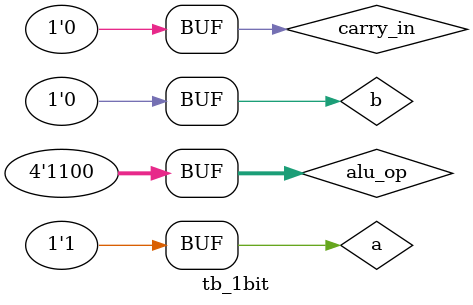
<source format=v>
`timescale 1ns / 1ps

module tb_1bit;
    reg a;
    reg b;
    reg [3:0] alu_op;
    reg carry_in;
    wire carry_out;
    wire result;
    
    alu_1bit UUT (a, b, alu_op, carry_in, carry_out, result);

    initial begin
        a = 1'b1;
        b = 1'b0;
        // Case for AND
        alu_op = 4'b0000;
        carry_in = 1'b0;
        #600

        // Case for OR
        alu_op = 4'b0001;
        carry_in = 1'b0;
        #600

        // Case for ADD
        alu_op = 4'b0010;
        carry_in = 1'b0;
        #600

        // Case for SUBTRACT 
        alu_op = 4'b0110;
        carry_in = 1'b1;
        #600

        // Case for NOR 
        alu_op = 4'b1100;
        carry_in = 1'b0;

    end
endmodule

</source>
